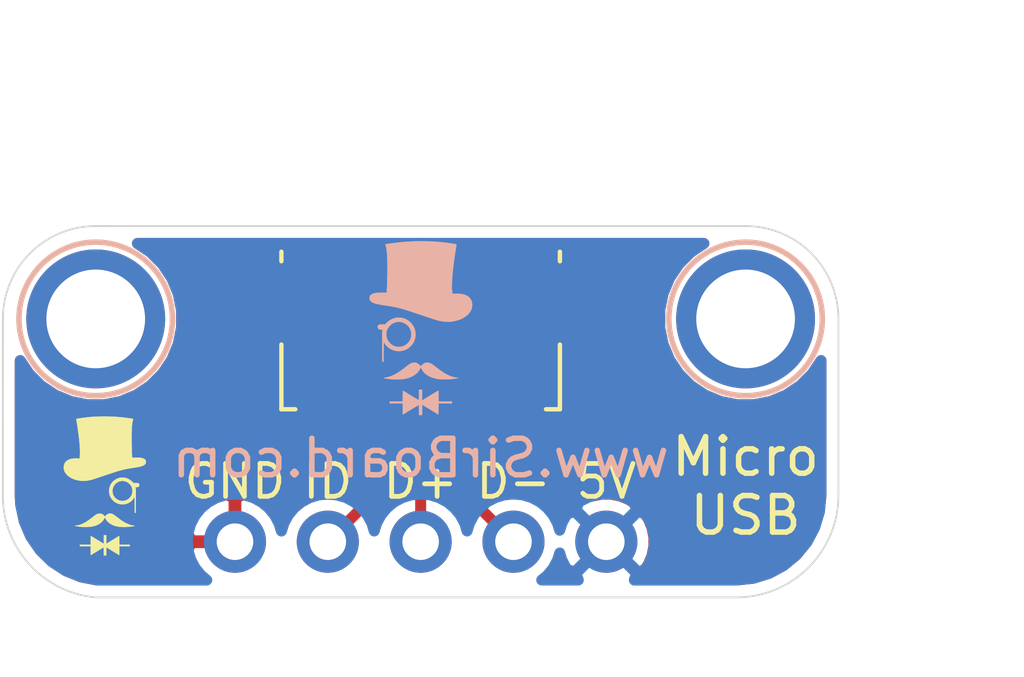
<source format=kicad_pcb>
(kicad_pcb (version 20171130) (host pcbnew "(5.1.2)-2")

  (general
    (thickness 1.6)
    (drawings 21)
    (tracks 20)
    (zones 0)
    (modules 6)
    (nets 6)
  )

  (page User 132.004 102.006)
  (title_block
    (title "MicroUSB Breakout")
    (date 2019-10-25)
    (rev 1)
    (company SirBoard)
    (comment 1 www.SirBoard.com)
    (comment 2 "Molex 47346")
    (comment 3 "DIP 2.54mm")
  )

  (layers
    (0 F.Cu signal)
    (31 B.Cu signal)
    (32 B.Adhes user hide)
    (33 F.Adhes user hide)
    (34 B.Paste user hide)
    (35 F.Paste user hide)
    (36 B.SilkS user)
    (37 F.SilkS user)
    (38 B.Mask user hide)
    (39 F.Mask user hide)
    (40 Dwgs.User user)
    (41 Cmts.User user hide)
    (42 Eco1.User user hide)
    (43 Eco2.User user hide)
    (44 Edge.Cuts user)
    (45 Margin user hide)
    (46 B.CrtYd user hide)
    (47 F.CrtYd user hide)
    (48 B.Fab user hide)
    (49 F.Fab user hide)
  )

  (setup
    (last_trace_width 0.127)
    (user_trace_width 0.2)
    (user_trace_width 0.25)
    (user_trace_width 0.3)
    (user_trace_width 0.4)
    (user_trace_width 0.5)
    (user_trace_width 0.6)
    (user_trace_width 0.7)
    (user_trace_width 0.8)
    (user_trace_width 0.9)
    (user_trace_width 1)
    (trace_clearance 0.127)
    (zone_clearance 0.3)
    (zone_45_only no)
    (trace_min 0.127)
    (via_size 0.6)
    (via_drill 0.3)
    (via_min_size 0.6)
    (via_min_drill 0.3)
    (uvia_size 0.4)
    (uvia_drill 0.2)
    (uvias_allowed no)
    (uvia_min_size 0.4)
    (uvia_min_drill 0.1)
    (edge_width 0.05)
    (segment_width 0.2)
    (pcb_text_width 0.3)
    (pcb_text_size 1.5 1.5)
    (mod_edge_width 0.12)
    (mod_text_size 1 1)
    (mod_text_width 0.15)
    (pad_size 1.7 1.7)
    (pad_drill 1)
    (pad_to_mask_clearance 0)
    (solder_mask_min_width 0.1)
    (aux_axis_origin 0 0)
    (visible_elements 7FFFFFFF)
    (pcbplotparams
      (layerselection 0x010fc_ffffffff)
      (usegerberextensions false)
      (usegerberattributes false)
      (usegerberadvancedattributes false)
      (creategerberjobfile false)
      (excludeedgelayer true)
      (linewidth 0.100000)
      (plotframeref false)
      (viasonmask false)
      (mode 1)
      (useauxorigin false)
      (hpglpennumber 1)
      (hpglpenspeed 20)
      (hpglpendiameter 15.000000)
      (psnegative false)
      (psa4output false)
      (plotreference true)
      (plotvalue true)
      (plotinvisibletext false)
      (padsonsilk false)
      (subtractmaskfromsilk false)
      (outputformat 1)
      (mirror false)
      (drillshape 1)
      (scaleselection 1)
      (outputdirectory ""))
  )

  (net 0 "")
  (net 1 /GND)
  (net 2 /ID)
  (net 3 /D+)
  (net 4 /D-)
  (net 5 /VBus)

  (net_class Default "This is the default net class."
    (clearance 0.127)
    (trace_width 0.127)
    (via_dia 0.6)
    (via_drill 0.3)
    (uvia_dia 0.4)
    (uvia_drill 0.2)
    (add_net /D+)
    (add_net /D-)
    (add_net /GND)
    (add_net /ID)
    (add_net /VBus)
  )

  (module SirBoardLibrary:MountingHole_M2.5_SirBoard (layer F.Cu) (tedit 5DE563BC) (tstamp 5E382585)
    (at 74.93 32.385)
    (descr "Mounting Hole 2.7mm, M2.5, ISO14580")
    (tags "mounting hole 2.7mm m2.5 iso14580")
    (path /5E38278B)
    (attr virtual)
    (fp_text reference H2 (at 0 -3.25) (layer F.SilkS) hide
      (effects (font (size 1 1) (thickness 0.15)))
    )
    (fp_text value MountingHole (at 0 3.25) (layer F.Fab)
      (effects (font (size 1 1) (thickness 0.15)))
    )
    (fp_circle (center 0 0) (end 2.1 0) (layer B.SilkS) (width 0.15))
    (fp_text user %R (at 0.3 0) (layer F.Fab)
      (effects (font (size 1 1) (thickness 0.15)))
    )
    (fp_circle (center 0 0) (end 2.1 0) (layer F.SilkS) (width 0.15))
    (fp_circle (center 0 0) (end 2.2 0) (layer F.CrtYd) (width 0.05))
    (pad 1 thru_hole circle (at 0 0) (size 3.8 3.8) (drill 2.7) (layers *.Cu *.Mask))
  )

  (module SirBoardLibrary:MountingHole_M2.5_SirBoard (layer F.Cu) (tedit 5DE563BC) (tstamp 5E38257C)
    (at 57.15 32.385)
    (descr "Mounting Hole 2.7mm, M2.5, ISO14580")
    (tags "mounting hole 2.7mm m2.5 iso14580")
    (path /5DB38589)
    (attr virtual)
    (fp_text reference H1 (at 0 -3.25) (layer F.SilkS) hide
      (effects (font (size 1 1) (thickness 0.15)))
    )
    (fp_text value MountingHole (at 0 3.25) (layer F.Fab)
      (effects (font (size 1 1) (thickness 0.15)))
    )
    (fp_circle (center 0 0) (end 2.1 0) (layer B.SilkS) (width 0.15))
    (fp_text user %R (at 0.3 0) (layer F.Fab)
      (effects (font (size 1 1) (thickness 0.15)))
    )
    (fp_circle (center 0 0) (end 2.1 0) (layer F.SilkS) (width 0.15))
    (fp_circle (center 0 0) (end 2.2 0) (layer F.CrtYd) (width 0.05))
    (pad 1 thru_hole circle (at 0 0) (size 3.8 3.8) (drill 2.7) (layers *.Cu *.Mask))
  )

  (module logo:logo47x67 (layer B.Cu) (tedit 0) (tstamp 5DB3C53F)
    (at 66.04 32.639 180)
    (fp_text reference G*** (at 0 0) (layer B.SilkS) hide
      (effects (font (size 1.524 1.524) (thickness 0.3)) (justify mirror))
    )
    (fp_text value LOGO (at 0.75 0) (layer B.SilkS) hide
      (effects (font (size 1.524 1.524) (thickness 0.3)) (justify mirror))
    )
    (fp_poly (pts (xy 0.220956 2.372296) (xy 0.428854 2.360307) (xy 0.634144 2.341343) (xy 0.834635 2.315426)
      (xy 0.866775 2.310534) (xy 0.904169 2.304771) (xy 0.930702 2.300451) (xy 0.948015 2.296789)
      (xy 0.957749 2.292999) (xy 0.961545 2.288296) (xy 0.961045 2.281894) (xy 0.95789 2.273009)
      (xy 0.955989 2.267841) (xy 0.94578 2.231561) (xy 0.936398 2.183138) (xy 0.927927 2.123109)
      (xy 0.920446 2.05201) (xy 0.917263 2.014504) (xy 0.913839 1.960239) (xy 0.911185 1.89505)
      (xy 0.90929 1.82069) (xy 0.90814 1.738911) (xy 0.907723 1.651464) (xy 0.908025 1.560103)
      (xy 0.909036 1.46658) (xy 0.910741 1.372645) (xy 0.913128 1.280053) (xy 0.916184 1.190555)
      (xy 0.919898 1.105903) (xy 0.924256 1.027849) (xy 0.924403 1.025525) (xy 0.928034 0.968375)
      (xy 1.042205 0.970482) (xy 1.121022 0.970207) (xy 1.188456 0.966191) (xy 1.245288 0.958338)
      (xy 1.2923 0.946555) (xy 1.316992 0.937175) (xy 1.352058 0.91828) (xy 1.375969 0.896469)
      (xy 1.390254 0.869452) (xy 1.396445 0.834939) (xy 1.397 0.817434) (xy 1.39632 0.794041)
      (xy 1.393157 0.778187) (xy 1.385825 0.764734) (xy 1.375465 0.751829) (xy 1.35397 0.730788)
      (xy 1.326905 0.711947) (xy 1.293274 0.694992) (xy 1.252084 0.679605) (xy 1.202338 0.665471)
      (xy 1.143042 0.652274) (xy 1.0732 0.639698) (xy 0.991818 0.627427) (xy 0.977219 0.625411)
      (xy 0.851102 0.606319) (xy 0.732051 0.584182) (xy 0.614576 0.557851) (xy 0.493186 0.526174)
      (xy 0.46355 0.517845) (xy 0.441897 0.511377) (xy 0.409554 0.501293) (xy 0.367867 0.488032)
      (xy 0.31818 0.472038) (xy 0.261838 0.45375) (xy 0.200185 0.433609) (xy 0.134567 0.412057)
      (xy 0.066329 0.389535) (xy -0.003186 0.366483) (xy -0.072632 0.343343) (xy -0.140664 0.320556)
      (xy -0.205937 0.298563) (xy -0.233361 0.289278) (xy -0.297269 0.267716) (xy -0.350926 0.249922)
      (xy -0.396047 0.235408) (xy -0.434345 0.223684) (xy -0.467536 0.214263) (xy -0.497335 0.206656)
      (xy -0.525455 0.200375) (xy -0.553611 0.194931) (xy -0.581025 0.190242) (xy -0.620124 0.18522)
      (xy -0.66599 0.181481) (xy -0.714894 0.179139) (xy -0.7631 0.178304) (xy -0.806878 0.179088)
      (xy -0.842495 0.181604) (xy -0.847725 0.182246) (xy -0.951647 0.200774) (xy -1.04585 0.227353)
      (xy -1.130498 0.262057) (xy -1.205755 0.304961) (xy -1.271785 0.356137) (xy -1.304641 0.388276)
      (xy -1.347471 0.439847) (xy -1.378482 0.491605) (xy -1.398449 0.545377) (xy -1.408148 0.602988)
      (xy -1.40939 0.635) (xy -1.404117 0.698317) (xy -1.38832 0.754534) (xy -1.362029 0.80361)
      (xy -1.325279 0.845505) (xy -1.278099 0.880181) (xy -1.220522 0.907596) (xy -1.181055 0.920528)
      (xy -1.136437 0.930354) (xy -1.083739 0.937597) (xy -1.027388 0.941892) (xy -0.971809 0.942871)
      (xy -0.932363 0.941138) (xy -0.87095 0.936392) (xy -0.867304 0.95462) (xy -0.859976 1.004691)
      (xy -0.85556 1.066337) (xy -0.853995 1.138788) (xy -0.855219 1.221273) (xy -0.859172 1.313021)
      (xy -0.86579 1.41326) (xy -0.875012 1.52122) (xy -0.886778 1.63613) (xy -0.901025 1.757218)
      (xy -0.917691 1.883713) (xy -0.936715 2.014845) (xy -0.958035 2.149842) (xy -0.96723 2.204967)
      (xy -0.972997 2.239853) (xy -0.97655 2.264208) (xy -0.977994 2.279987) (xy -0.977431 2.289146)
      (xy -0.974967 2.29364) (xy -0.972013 2.295102) (xy -0.959684 2.29782) (xy -0.937132 2.301984)
      (xy -0.906701 2.307206) (xy -0.870734 2.313096) (xy -0.831576 2.319262) (xy -0.79157 2.325317)
      (xy -0.78105 2.326864) (xy -0.592945 2.350073) (xy -0.396503 2.366199) (xy -0.193912 2.375264)
      (xy 0.012637 2.377289) (xy 0.220956 2.372296)) (layer B.SilkS) (width 0.01))
    (fp_poly (pts (xy 0.636107 0.285906) (xy 0.68248 0.280754) (xy 0.700525 0.277099) (xy 0.763487 0.256534)
      (xy 0.82505 0.226274) (xy 0.881864 0.188326) (xy 0.930575 0.144696) (xy 0.941176 0.133043)
      (xy 0.968375 0.101744) (xy 1.049237 0.101672) (xy 1.082601 0.101554) (xy 1.105854 0.100954)
      (xy 1.121583 0.099398) (xy 1.132376 0.096412) (xy 1.140822 0.091523) (xy 1.14951 0.084256)
      (xy 1.150837 0.083071) (xy 1.163711 0.069804) (xy 1.169815 0.056623) (xy 1.171543 0.037741)
      (xy 1.171575 0.032938) (xy 1.167639 0.005044) (xy 1.155278 -0.015417) (xy 1.133666 -0.029021)
      (xy 1.101972 -0.036343) (xy 1.069317 -0.038064) (xy 1.03691 -0.0381) (xy 1.044488 -0.068262)
      (xy 1.04612 -0.078431) (xy 1.047464 -0.095253) (xy 1.048527 -0.119438) (xy 1.049317 -0.151698)
      (xy 1.04984 -0.19274) (xy 1.050106 -0.243277) (xy 1.050121 -0.304017) (xy 1.049892 -0.375671)
      (xy 1.049427 -0.458948) (xy 1.0491 -0.506412) (xy 1.046133 -0.9144) (xy 1.016134 -0.9144)
      (xy 1.014479 -0.639762) (xy 1.012825 -0.365125) (xy 0.992782 -0.40005) (xy 0.951114 -0.460536)
      (xy 0.901395 -0.512149) (xy 0.844948 -0.55458) (xy 0.783094 -0.587524) (xy 0.717157 -0.610674)
      (xy 0.64846 -0.623722) (xy 0.578327 -0.626363) (xy 0.508079 -0.618289) (xy 0.43904 -0.599194)
      (xy 0.372533 -0.568771) (xy 0.3429 -0.550719) (xy 0.32607 -0.537928) (xy 0.304009 -0.518887)
      (xy 0.280145 -0.496632) (xy 0.266224 -0.482833) (xy 0.218937 -0.425825) (xy 0.182306 -0.362318)
      (xy 0.156723 -0.293292) (xy 0.142582 -0.219728) (xy 0.140306 -0.177783) (xy 0.253886 -0.177783)
      (xy 0.260249 -0.236789) (xy 0.27715 -0.29498) (xy 0.305023 -0.351061) (xy 0.339883 -0.398699)
      (xy 0.383894 -0.440336) (xy 0.435619 -0.47323) (xy 0.492963 -0.496703) (xy 0.553827 -0.510075)
      (xy 0.616113 -0.512667) (xy 0.669925 -0.505603) (xy 0.732285 -0.485753) (xy 0.788628 -0.455132)
      (xy 0.837983 -0.41462) (xy 0.87938 -0.365101) (xy 0.911849 -0.307456) (xy 0.925275 -0.273417)
      (xy 0.934601 -0.234424) (xy 0.939362 -0.188739) (xy 0.939443 -0.141482) (xy 0.934731 -0.097774)
      (xy 0.929669 -0.075765) (xy 0.905547 -0.015441) (xy 0.871069 0.038735) (xy 0.82756 0.085539)
      (xy 0.776347 0.123752) (xy 0.718755 0.152152) (xy 0.66543 0.167734) (xy 0.630842 0.174125)
      (xy 0.603255 0.176935) (xy 0.577489 0.176186) (xy 0.548365 0.171899) (xy 0.530225 0.168289)
      (xy 0.467923 0.149357) (xy 0.412683 0.120886) (xy 0.36494 0.08417) (xy 0.325129 0.040503)
      (xy 0.293683 -0.00882) (xy 0.271038 -0.062504) (xy 0.257628 -0.119257) (xy 0.253886 -0.177783)
      (xy 0.140306 -0.177783) (xy 0.1397 -0.166629) (xy 0.145834 -0.093915) (xy 0.163619 -0.024119)
      (xy 0.192128 0.041597) (xy 0.230433 0.10207) (xy 0.277607 0.156138) (xy 0.332722 0.202638)
      (xy 0.394852 0.240408) (xy 0.463068 0.268286) (xy 0.493433 0.276794) (xy 0.536185 0.283919)
      (xy 0.585542 0.286959) (xy 0.636107 0.285906)) (layer B.SilkS) (width 0.01))
    (fp_poly (pts (xy 0.208249 -0.944881) (xy 0.23699 -0.952611) (xy 0.255254 -0.959244) (xy 0.274886 -0.968608)
      (xy 0.29723 -0.9816) (xy 0.323632 -0.999122) (xy 0.355435 -1.022072) (xy 0.393986 -1.051349)
      (xy 0.440628 -1.087854) (xy 0.448594 -1.094159) (xy 0.546636 -1.167343) (xy 0.641138 -1.228749)
      (xy 0.731993 -1.278322) (xy 0.819095 -1.316008) (xy 0.902336 -1.341755) (xy 0.96464 -1.353531)
      (xy 0.988146 -1.356856) (xy 1.003498 -1.359771) (xy 1.010041 -1.362576) (xy 1.007124 -1.365573)
      (xy 0.994092 -1.369063) (xy 0.970291 -1.373345) (xy 0.935068 -1.378722) (xy 0.898525 -1.383971)
      (xy 0.805685 -1.394547) (xy 0.712527 -1.400243) (xy 0.621702 -1.401073) (xy 0.535865 -1.397054)
      (xy 0.457671 -1.388199) (xy 0.418965 -1.38129) (xy 0.3305 -1.358182) (xy 0.250787 -1.327293)
      (xy 0.180265 -1.288917) (xy 0.119372 -1.243344) (xy 0.068547 -1.190866) (xy 0.02823 -1.131776)
      (xy 0.019659 -1.115638) (xy -0.003754 -1.069032) (xy -0.021008 -1.104428) (xy -0.059249 -1.168642)
      (xy -0.107621 -1.225285) (xy -0.165996 -1.274274) (xy -0.234248 -1.315524) (xy -0.312248 -1.348952)
      (xy -0.399869 -1.374473) (xy -0.445205 -1.383872) (xy -0.490775 -1.390444) (xy -0.545437 -1.395518)
      (xy -0.60566 -1.398962) (xy -0.667909 -1.400644) (xy -0.728652 -1.400433) (xy -0.784355 -1.398197)
      (xy -0.8001 -1.397069) (xy -0.823576 -1.39476) (xy -0.853233 -1.391233) (xy -0.886688 -1.386842)
      (xy -0.921558 -1.381941) (xy -0.95546 -1.376884) (xy -0.986012 -1.372025) (xy -1.010831 -1.367718)
      (xy -1.027532 -1.364319) (xy -1.033628 -1.362355) (xy -1.028781 -1.360931) (xy -1.01439 -1.358794)
      (xy -0.993556 -1.356402) (xy -0.99328 -1.356374) (xy -0.923477 -1.345222) (xy -0.852317 -1.325713)
      (xy -0.779003 -1.297441) (xy -0.702739 -1.259999) (xy -0.622728 -1.212983) (xy -0.538174 -1.155985)
      (xy -0.448279 -1.088599) (xy -0.41275 -1.060343) (xy -0.371959 -1.028004) (xy -0.338532 -1.002999)
      (xy -0.310478 -0.984074) (xy -0.285806 -0.969977) (xy -0.262522 -0.959456) (xy -0.23987 -0.951629)
      (xy -0.190159 -0.942495) (xy -0.142801 -0.94576) (xy -0.09842 -0.961241) (xy -0.057633 -0.988757)
      (xy -0.034208 -1.012025) (xy -0.004967 -1.04519) (xy 0.034029 -1.006227) (xy 0.062674 -0.980317)
      (xy 0.089194 -0.962765) (xy 0.109775 -0.953531) (xy 0.143594 -0.943437) (xy 0.174821 -0.940565)
      (xy 0.208249 -0.944881)) (layer B.SilkS) (width 0.01))
    (fp_poly (pts (xy 0.04445 -1.829329) (xy 0.044658 -1.870797) (xy 0.045241 -1.907533) (xy 0.04614 -1.937803)
      (xy 0.047293 -1.95987) (xy 0.04864 -1.972) (xy 0.049502 -1.973791) (xy 0.056249 -1.969974)
      (xy 0.0721 -1.960569) (xy 0.095325 -1.946619) (xy 0.124193 -1.929162) (xy 0.156975 -1.909238)
      (xy 0.162215 -1.906045) (xy 0.205684 -1.879546) (xy 0.255265 -1.84932) (xy 0.306228 -1.818251)
      (xy 0.353839 -1.789224) (xy 0.377825 -1.774601) (xy 0.485775 -1.708786) (xy 0.489179 -2.0066)
      (xy 0.84455 -2.0066) (xy 0.84455 -2.0574) (xy 0.489175 -2.0574) (xy 0.487475 -2.209116)
      (xy 0.485775 -2.360833) (xy 0.380415 -2.296429) (xy 0.338655 -2.2709) (xy 0.290483 -2.241447)
      (xy 0.240319 -2.210774) (xy 0.192586 -2.181585) (xy 0.163444 -2.163762) (xy 0.129739 -2.143253)
      (xy 0.099758 -2.125209) (xy 0.075166 -2.110616) (xy 0.057626 -2.100458) (xy 0.048802 -2.095722)
      (xy 0.048141 -2.0955) (xy 0.047068 -2.101547) (xy 0.046119 -2.118482) (xy 0.045339 -2.144492)
      (xy 0.044778 -2.177765) (xy 0.044483 -2.216487) (xy 0.04445 -2.2352) (xy 0.04445 -2.3749)
      (xy -0.037862 -2.3749) (xy -0.039569 -2.232109) (xy -0.041275 -2.089318) (xy -0.105517 -2.129505)
      (xy -0.131424 -2.145609) (xy -0.153906 -2.159395) (xy -0.170487 -2.169357) (xy -0.178542 -2.173919)
      (xy -0.186091 -2.178249) (xy -0.202966 -2.188335) (xy -0.227679 -2.203274) (xy -0.258741 -2.222165)
      (xy -0.294664 -2.244104) (xy -0.333961 -2.268188) (xy -0.33655 -2.269778) (xy -0.485775 -2.361409)
      (xy -0.487476 -2.209404) (xy -0.489176 -2.0574) (xy -0.85725 -2.0574) (xy -0.85725 -2.0066)
      (xy -0.48895 -2.0066) (xy -0.48895 -1.857375) (xy -0.488846 -1.815364) (xy -0.488552 -1.777929)
      (xy -0.488099 -1.746823) (xy -0.487517 -1.723801) (xy -0.486837 -1.710616) (xy -0.48637 -1.70815)
      (xy -0.480322 -1.711289) (xy -0.465499 -1.719906) (xy -0.44393 -1.732798) (xy -0.417642 -1.748762)
      (xy -0.408583 -1.754311) (xy -0.375211 -1.774758) (xy -0.335313 -1.79915) (xy -0.293217 -1.824844)
      (xy -0.253253 -1.849193) (xy -0.2413 -1.856465) (xy -0.205377 -1.878339) (xy -0.168185 -1.901033)
      (xy -0.133237 -1.922402) (xy -0.104044 -1.940299) (xy -0.093663 -1.946684) (xy -0.0381 -1.98091)
      (xy -0.0381 -1.68275) (xy 0.04445 -1.68275) (xy 0.04445 -1.829329)) (layer B.SilkS) (width 0.01))
  )

  (module logo:logo38x53 (layer F.Cu) (tedit 0) (tstamp 5DB3B6ED)
    (at 57.404 36.957)
    (fp_text reference G*** (at 0 0) (layer F.SilkS) hide
      (effects (font (size 1.524 1.524) (thickness 0.3)))
    )
    (fp_text value LOGO (at 0.75 0) (layer F.SilkS) hide
      (effects (font (size 1.524 1.524) (thickness 0.3)))
    )
    (fp_poly (pts (xy 0.176764 -1.897837) (xy 0.343083 -1.888246) (xy 0.507315 -1.873075) (xy 0.667708 -1.852341)
      (xy 0.69342 -1.848428) (xy 0.723335 -1.843817) (xy 0.744562 -1.840361) (xy 0.758412 -1.837431)
      (xy 0.766199 -1.834399) (xy 0.769236 -1.830637) (xy 0.768836 -1.825515) (xy 0.766312 -1.818407)
      (xy 0.764791 -1.814273) (xy 0.756624 -1.785249) (xy 0.749119 -1.746511) (xy 0.742341 -1.698488)
      (xy 0.736357 -1.641608) (xy 0.73381 -1.611604) (xy 0.731071 -1.568192) (xy 0.728948 -1.51604)
      (xy 0.727432 -1.456552) (xy 0.726512 -1.391129) (xy 0.726178 -1.321172) (xy 0.72642 -1.248083)
      (xy 0.727228 -1.173264) (xy 0.728592 -1.098116) (xy 0.730502 -1.024043) (xy 0.732947 -0.952444)
      (xy 0.735918 -0.884722) (xy 0.739404 -0.822279) (xy 0.739522 -0.82042) (xy 0.742427 -0.7747)
      (xy 0.833764 -0.776386) (xy 0.896818 -0.776166) (xy 0.950765 -0.772953) (xy 0.996231 -0.766671)
      (xy 1.03384 -0.757244) (xy 1.053593 -0.74974) (xy 1.081646 -0.734624) (xy 1.100775 -0.717175)
      (xy 1.112203 -0.695561) (xy 1.117156 -0.667951) (xy 1.1176 -0.653947) (xy 1.117056 -0.635233)
      (xy 1.114526 -0.62255) (xy 1.10866 -0.611787) (xy 1.100372 -0.601463) (xy 1.083176 -0.58463)
      (xy 1.061524 -0.569558) (xy 1.034619 -0.555993) (xy 1.001667 -0.543684) (xy 0.96187 -0.532377)
      (xy 0.914433 -0.521819) (xy 0.85856 -0.511758) (xy 0.793454 -0.501942) (xy 0.781775 -0.500329)
      (xy 0.680881 -0.485055) (xy 0.585641 -0.467346) (xy 0.491661 -0.446281) (xy 0.394549 -0.420939)
      (xy 0.37084 -0.414276) (xy 0.353517 -0.409102) (xy 0.327643 -0.401034) (xy 0.294294 -0.390426)
      (xy 0.254544 -0.37763) (xy 0.20947 -0.363) (xy 0.160148 -0.346887) (xy 0.107654 -0.329646)
      (xy 0.053063 -0.311628) (xy -0.002549 -0.293187) (xy -0.058106 -0.274675) (xy -0.112531 -0.256445)
      (xy -0.16475 -0.238851) (xy -0.186689 -0.231422) (xy -0.237815 -0.214173) (xy -0.280741 -0.199938)
      (xy -0.316837 -0.188326) (xy -0.347476 -0.178948) (xy -0.374029 -0.171411) (xy -0.397868 -0.165325)
      (xy -0.420364 -0.1603) (xy -0.442889 -0.155945) (xy -0.46482 -0.152193) (xy -0.496099 -0.148176)
      (xy -0.532792 -0.145185) (xy -0.571915 -0.143311) (xy -0.61048 -0.142643) (xy -0.645503 -0.143271)
      (xy -0.673996 -0.145283) (xy -0.67818 -0.145797) (xy -0.761317 -0.160619) (xy -0.83668 -0.181882)
      (xy -0.904399 -0.209646) (xy -0.964604 -0.243969) (xy -1.017428 -0.284909) (xy -1.043713 -0.310621)
      (xy -1.077977 -0.351877) (xy -1.102786 -0.393284) (xy -1.11876 -0.436302) (xy -1.126518 -0.482391)
      (xy -1.127512 -0.508) (xy -1.123294 -0.558654) (xy -1.110656 -0.603627) (xy -1.089624 -0.642888)
      (xy -1.060223 -0.676404) (xy -1.022479 -0.704145) (xy -0.976418 -0.726077) (xy -0.944844 -0.736423)
      (xy -0.90915 -0.744283) (xy -0.866991 -0.750078) (xy -0.82191 -0.753514) (xy -0.777447 -0.754297)
      (xy -0.74589 -0.752911) (xy -0.69676 -0.749113) (xy -0.693843 -0.763696) (xy -0.687981 -0.803753)
      (xy -0.684448 -0.85307) (xy -0.683196 -0.911031) (xy -0.684176 -0.977019) (xy -0.687337 -1.050417)
      (xy -0.692632 -1.130608) (xy -0.70001 -1.216976) (xy -0.709422 -1.308904) (xy -0.72082 -1.405774)
      (xy -0.734153 -1.50697) (xy -0.749372 -1.611876) (xy -0.766428 -1.719874) (xy -0.773784 -1.763974)
      (xy -0.778397 -1.791883) (xy -0.78124 -1.811366) (xy -0.782395 -1.82399) (xy -0.781945 -1.831317)
      (xy -0.779973 -1.834912) (xy -0.777611 -1.836081) (xy -0.767747 -1.838256) (xy -0.749706 -1.841588)
      (xy -0.725361 -1.845765) (xy -0.696588 -1.850477) (xy -0.665261 -1.85541) (xy -0.633256 -1.860253)
      (xy -0.62484 -1.861491) (xy -0.474356 -1.880058) (xy -0.317202 -1.89296) (xy -0.15513 -1.900211)
      (xy 0.01011 -1.901832) (xy 0.176764 -1.897837)) (layer F.SilkS) (width 0.01))
    (fp_poly (pts (xy 0.508885 -0.228725) (xy 0.545984 -0.224603) (xy 0.56042 -0.22168) (xy 0.610789 -0.205227)
      (xy 0.66004 -0.181019) (xy 0.705491 -0.150661) (xy 0.74446 -0.115757) (xy 0.752941 -0.106434)
      (xy 0.7747 -0.081395) (xy 0.839389 -0.081338) (xy 0.866081 -0.081244) (xy 0.884683 -0.080763)
      (xy 0.897266 -0.079519) (xy 0.905901 -0.07713) (xy 0.912658 -0.073218) (xy 0.919608 -0.067405)
      (xy 0.920669 -0.066457) (xy 0.930968 -0.055843) (xy 0.935852 -0.045298) (xy 0.937234 -0.030193)
      (xy 0.93726 -0.026351) (xy 0.934111 -0.004036) (xy 0.924223 0.012333) (xy 0.906933 0.023217)
      (xy 0.881578 0.029074) (xy 0.855454 0.030451) (xy 0.829528 0.03048) (xy 0.835591 0.05461)
      (xy 0.836896 0.062744) (xy 0.837971 0.076202) (xy 0.838821 0.095551) (xy 0.839453 0.121358)
      (xy 0.839872 0.154192) (xy 0.840085 0.194621) (xy 0.840096 0.243213) (xy 0.839914 0.300536)
      (xy 0.839542 0.367159) (xy 0.83928 0.40513) (xy 0.836906 0.73152) (xy 0.812907 0.73152)
      (xy 0.811583 0.51181) (xy 0.81026 0.2921) (xy 0.794225 0.32004) (xy 0.760891 0.368429)
      (xy 0.721116 0.409719) (xy 0.675958 0.443664) (xy 0.626475 0.470019) (xy 0.573726 0.488539)
      (xy 0.518768 0.498978) (xy 0.462661 0.50109) (xy 0.406463 0.494631) (xy 0.351232 0.479355)
      (xy 0.298027 0.455017) (xy 0.27432 0.440575) (xy 0.260856 0.430343) (xy 0.243207 0.41511)
      (xy 0.224116 0.397306) (xy 0.212979 0.386266) (xy 0.175149 0.34066) (xy 0.145844 0.289854)
      (xy 0.125378 0.234634) (xy 0.114065 0.175782) (xy 0.112245 0.142227) (xy 0.203109 0.142227)
      (xy 0.208199 0.189431) (xy 0.22172 0.235984) (xy 0.244019 0.280849) (xy 0.271906 0.318959)
      (xy 0.307115 0.352268) (xy 0.348495 0.378584) (xy 0.39437 0.397362) (xy 0.443061 0.40806)
      (xy 0.492891 0.410133) (xy 0.53594 0.404483) (xy 0.585828 0.388603) (xy 0.630902 0.364105)
      (xy 0.670386 0.331696) (xy 0.703504 0.292081) (xy 0.729479 0.245965) (xy 0.74022 0.218733)
      (xy 0.747681 0.187539) (xy 0.751489 0.150991) (xy 0.751554 0.113186) (xy 0.747785 0.078219)
      (xy 0.743735 0.060612) (xy 0.724437 0.012352) (xy 0.696855 -0.030988) (xy 0.662048 -0.068432)
      (xy 0.621078 -0.099002) (xy 0.575004 -0.121721) (xy 0.532344 -0.134187) (xy 0.504674 -0.1393)
      (xy 0.482604 -0.141548) (xy 0.461991 -0.140949) (xy 0.438692 -0.137519) (xy 0.42418 -0.134631)
      (xy 0.374338 -0.119485) (xy 0.330146 -0.096709) (xy 0.291952 -0.067336) (xy 0.260103 -0.032403)
      (xy 0.234947 0.007056) (xy 0.21683 0.050003) (xy 0.206102 0.095406) (xy 0.203109 0.142227)
      (xy 0.112245 0.142227) (xy 0.11176 0.133303) (xy 0.116667 0.075132) (xy 0.130895 0.019295)
      (xy 0.153702 -0.033278) (xy 0.184346 -0.081656) (xy 0.222085 -0.12491) (xy 0.266178 -0.162111)
      (xy 0.315881 -0.192327) (xy 0.370455 -0.214629) (xy 0.394747 -0.221436) (xy 0.428948 -0.227135)
      (xy 0.468434 -0.229567) (xy 0.508885 -0.228725)) (layer F.SilkS) (width 0.01))
    (fp_poly (pts (xy 0.166599 0.755905) (xy 0.189592 0.762089) (xy 0.204203 0.767395) (xy 0.219908 0.774886)
      (xy 0.237784 0.78528) (xy 0.258905 0.799297) (xy 0.284348 0.817657) (xy 0.315188 0.841079)
      (xy 0.352502 0.870283) (xy 0.358875 0.875327) (xy 0.437308 0.933874) (xy 0.51291 0.982999)
      (xy 0.585595 1.022657) (xy 0.655276 1.052807) (xy 0.721869 1.073404) (xy 0.771712 1.082824)
      (xy 0.790517 1.085485) (xy 0.802798 1.087817) (xy 0.808033 1.090061) (xy 0.805699 1.092459)
      (xy 0.795273 1.09525) (xy 0.776233 1.098676) (xy 0.748055 1.102977) (xy 0.71882 1.107177)
      (xy 0.644548 1.115637) (xy 0.570021 1.120194) (xy 0.497361 1.120859) (xy 0.428692 1.117643)
      (xy 0.366137 1.110559) (xy 0.335172 1.105032) (xy 0.2644 1.086545) (xy 0.20063 1.061835)
      (xy 0.144212 1.031133) (xy 0.095498 0.994675) (xy 0.054838 0.952693) (xy 0.022584 0.90542)
      (xy 0.015727 0.89251) (xy -0.003004 0.855226) (xy -0.016807 0.883543) (xy -0.047399 0.934913)
      (xy -0.086097 0.980228) (xy -0.132797 1.019419) (xy -0.187398 1.052419) (xy -0.249799 1.079161)
      (xy -0.319895 1.099579) (xy -0.356164 1.107097) (xy -0.39262 1.112355) (xy -0.43635 1.116414)
      (xy -0.484528 1.119169) (xy -0.534327 1.120515) (xy -0.582922 1.120346) (xy -0.627484 1.118558)
      (xy -0.64008 1.117655) (xy -0.658861 1.115808) (xy -0.682586 1.112987) (xy -0.70935 1.109474)
      (xy -0.737246 1.105553) (xy -0.764368 1.101507) (xy -0.78881 1.09762) (xy -0.808665 1.094175)
      (xy -0.822026 1.091455) (xy -0.826902 1.089884) (xy -0.823025 1.088745) (xy -0.811512 1.087035)
      (xy -0.794845 1.085122) (xy -0.794624 1.085099) (xy -0.738782 1.076177) (xy -0.681854 1.06057)
      (xy -0.623202 1.037952) (xy -0.562191 1.007999) (xy -0.498182 0.970386) (xy -0.430539 0.924788)
      (xy -0.358623 0.870879) (xy -0.3302 0.848274) (xy -0.297567 0.822403) (xy -0.270826 0.802399)
      (xy -0.248383 0.787259) (xy -0.228645 0.775982) (xy -0.210018 0.767564) (xy -0.191896 0.761303)
      (xy -0.152127 0.753996) (xy -0.114241 0.756608) (xy -0.078736 0.768993) (xy -0.046107 0.791005)
      (xy -0.027367 0.80962) (xy -0.003974 0.836152) (xy 0.027223 0.804981) (xy 0.050139 0.784254)
      (xy 0.071355 0.770212) (xy 0.08782 0.762825) (xy 0.114875 0.75475) (xy 0.139857 0.752452)
      (xy 0.166599 0.755905)) (layer F.SilkS) (width 0.01))
    (fp_poly (pts (xy 0.03556 1.463463) (xy 0.035726 1.496637) (xy 0.036193 1.526026) (xy 0.036912 1.550242)
      (xy 0.037834 1.567896) (xy 0.038912 1.5776) (xy 0.039602 1.579033) (xy 0.044999 1.575979)
      (xy 0.05768 1.568455) (xy 0.07626 1.557295) (xy 0.099355 1.543329) (xy 0.12558 1.52739)
      (xy 0.129772 1.524836) (xy 0.164547 1.503637) (xy 0.204212 1.479456) (xy 0.244982 1.454601)
      (xy 0.283071 1.431379) (xy 0.30226 1.419681) (xy 0.38862 1.367029) (xy 0.389981 1.486154)
      (xy 0.391343 1.60528) (xy 0.67564 1.60528) (xy 0.67564 1.64592) (xy 0.39134 1.64592)
      (xy 0.38862 1.888666) (xy 0.304332 1.837143) (xy 0.270924 1.81672) (xy 0.232386 1.793158)
      (xy 0.192255 1.768619) (xy 0.154069 1.745268) (xy 0.130755 1.73101) (xy 0.103791 1.714602)
      (xy 0.079807 1.700167) (xy 0.060133 1.688492) (xy 0.046101 1.680366) (xy 0.039041 1.676577)
      (xy 0.038513 1.6764) (xy 0.037655 1.681238) (xy 0.036895 1.694786) (xy 0.036271 1.715594)
      (xy 0.035822 1.742212) (xy 0.035586 1.77319) (xy 0.03556 1.78816) (xy 0.03556 1.89992)
      (xy -0.03029 1.89992) (xy -0.031655 1.785687) (xy -0.03302 1.671455) (xy -0.084414 1.703604)
      (xy -0.105139 1.716487) (xy -0.123125 1.727516) (xy -0.13639 1.735486) (xy -0.142834 1.739135)
      (xy -0.148873 1.742599) (xy -0.162373 1.750668) (xy -0.182143 1.762619) (xy -0.206993 1.777732)
      (xy -0.235731 1.795283) (xy -0.267169 1.81455) (xy -0.26924 1.815822) (xy -0.38862 1.889127)
      (xy -0.389981 1.767523) (xy -0.391341 1.64592) (xy -0.6858 1.64592) (xy -0.6858 1.60528)
      (xy -0.39116 1.60528) (xy -0.39116 1.4859) (xy -0.391077 1.452291) (xy -0.390841 1.422343)
      (xy -0.390479 1.397459) (xy -0.390014 1.379041) (xy -0.38947 1.368493) (xy -0.389096 1.36652)
      (xy -0.384257 1.369031) (xy -0.3724 1.375925) (xy -0.355144 1.386239) (xy -0.334113 1.399009)
      (xy -0.326866 1.403448) (xy -0.300169 1.419806) (xy -0.26825 1.43932) (xy -0.234573 1.459875)
      (xy -0.202602 1.479355) (xy -0.19304 1.485172) (xy -0.164302 1.502671) (xy -0.134548 1.520826)
      (xy -0.10659 1.537921) (xy -0.083236 1.552239) (xy -0.07493 1.557347) (xy -0.03048 1.584728)
      (xy -0.03048 1.3462) (xy 0.03556 1.3462) (xy 0.03556 1.463463)) (layer F.SilkS) (width 0.01))
  )

  (module Connector_PinHeader_2.54mm:PinHeader_1x05_P2.54mm_Vertical (layer B.Cu) (tedit 5DB37CDC) (tstamp 5DB3605C)
    (at 71.12 38.481 90)
    (descr "Through hole straight pin header, 1x05, 2.54mm pitch, single row")
    (tags "Through hole pin header THT 1x05 2.54mm single row")
    (path /5DB35C5C)
    (fp_text reference J2 (at 0 2.33 90) (layer B.SilkS) hide
      (effects (font (size 1 1) (thickness 0.15)) (justify mirror))
    )
    (fp_text value Conn_01x05 (at 0 -12.49 90) (layer B.Fab)
      (effects (font (size 1 1) (thickness 0.15)) (justify mirror))
    )
    (fp_text user %R (at 0 -5.08 180) (layer B.Fab)
      (effects (font (size 1 1) (thickness 0.15)) (justify mirror))
    )
    (fp_line (start 1.8 1.8) (end -1.8 1.8) (layer B.CrtYd) (width 0.05))
    (fp_line (start 1.8 -11.95) (end 1.8 1.8) (layer B.CrtYd) (width 0.05))
    (fp_line (start -1.8 -11.95) (end 1.8 -11.95) (layer B.CrtYd) (width 0.05))
    (fp_line (start -1.8 1.8) (end -1.8 -11.95) (layer B.CrtYd) (width 0.05))
    (fp_line (start -1.27 0.635) (end -0.635 1.27) (layer B.Fab) (width 0.1))
    (fp_line (start -1.27 -11.43) (end -1.27 0.635) (layer B.Fab) (width 0.1))
    (fp_line (start 1.27 -11.43) (end -1.27 -11.43) (layer B.Fab) (width 0.1))
    (fp_line (start 1.27 1.27) (end 1.27 -11.43) (layer B.Fab) (width 0.1))
    (fp_line (start -0.635 1.27) (end 1.27 1.27) (layer B.Fab) (width 0.1))
    (pad 5 thru_hole oval (at 0 -10.16 90) (size 1.7 1.7) (drill 1) (layers *.Cu *.Mask)
      (net 1 /GND))
    (pad 4 thru_hole oval (at 0 -7.62 90) (size 1.7 1.7) (drill 1) (layers *.Cu *.Mask)
      (net 2 /ID))
    (pad 3 thru_hole oval (at 0 -5.08 90) (size 1.7 1.7) (drill 1) (layers *.Cu *.Mask)
      (net 3 /D+))
    (pad 2 thru_hole oval (at 0 -2.54 90) (size 1.7 1.7) (drill 1) (layers *.Cu *.Mask)
      (net 4 /D-))
    (pad 1 thru_hole circle (at 0 0 90) (size 1.7 1.7) (drill 1) (layers *.Cu *.Mask)
      (net 5 /VBus))
    (model ${KISYS3DMOD}/Connector_PinHeader_2.54mm.3dshapes/PinHeader_1x05_P2.54mm_Vertical.wrl
      (at (xyz 0 0 0))
      (scale (xyz 1 1 1))
      (rotate (xyz 0 0 0))
    )
  )

  (module Connector_USB:USB_Micro-B_Molex_47346-0001 (layer F.Cu) (tedit 5A1DC0BD) (tstamp 5DB36043)
    (at 66.04 33.147 180)
    (descr "Micro USB B receptable with flange, bottom-mount, SMD, right-angle (http://www.molex.com/pdm_docs/sd/473460001_sd.pdf)")
    (tags "Micro B USB SMD")
    (path /5DB35FF0)
    (attr smd)
    (fp_text reference J1 (at 0 -3.3 180) (layer F.SilkS) hide
      (effects (font (size 1 1) (thickness 0.15)))
    )
    (fp_text value USB_B_Micro (at 0 4.6 180) (layer F.Fab)
      (effects (font (size 1 1) (thickness 0.15)))
    )
    (fp_line (start -3.25 2.65) (end 3.25 2.65) (layer F.Fab) (width 0.1))
    (fp_line (start -3.81 2.6) (end -3.81 2.34) (layer F.SilkS) (width 0.12))
    (fp_line (start -3.81 0.06) (end -3.81 -1.71) (layer F.SilkS) (width 0.12))
    (fp_line (start -3.81 -1.71) (end -3.43 -1.71) (layer F.SilkS) (width 0.12))
    (fp_line (start 3.81 -1.71) (end 3.81 0.06) (layer F.SilkS) (width 0.12))
    (fp_line (start 3.81 2.34) (end 3.81 2.6) (layer F.SilkS) (width 0.12))
    (fp_line (start -3.75 3.35) (end -3.75 -1.65) (layer F.Fab) (width 0.1))
    (fp_line (start -3.75 -1.65) (end 3.75 -1.65) (layer F.Fab) (width 0.1))
    (fp_line (start 3.75 -1.65) (end 3.75 3.35) (layer F.Fab) (width 0.1))
    (fp_line (start 3.75 3.35) (end -3.75 3.35) (layer F.Fab) (width 0.1))
    (fp_line (start -4.6 3.9) (end -4.6 -2.7) (layer F.CrtYd) (width 0.05))
    (fp_line (start -4.6 -2.7) (end 4.6 -2.7) (layer F.CrtYd) (width 0.05))
    (fp_line (start 4.6 -2.7) (end 4.6 3.9) (layer F.CrtYd) (width 0.05))
    (fp_line (start 4.6 3.9) (end -4.6 3.9) (layer F.CrtYd) (width 0.05))
    (fp_line (start 3.81 -1.71) (end 3.43 -1.71) (layer F.SilkS) (width 0.12))
    (fp_text user %R (at 0 1.2) (layer F.Fab)
      (effects (font (size 1 1) (thickness 0.15)))
    )
    (fp_text user "PCB Edge" (at 0 2.67 180) (layer Dwgs.User)
      (effects (font (size 0.4 0.4) (thickness 0.04)))
    )
    (pad 6 smd rect (at 0.84 1.2 180) (size 1.175 1.9) (layers F.Cu F.Paste F.Mask)
      (net 1 /GND))
    (pad 6 smd rect (at -0.84 1.2 180) (size 1.175 1.9) (layers F.Cu F.Paste F.Mask)
      (net 1 /GND))
    (pad 6 smd rect (at 2.91 1.2 180) (size 2.375 1.9) (layers F.Cu F.Paste F.Mask)
      (net 1 /GND))
    (pad 6 smd rect (at -2.91 1.2 180) (size 2.375 1.9) (layers F.Cu F.Paste F.Mask)
      (net 1 /GND))
    (pad 6 smd rect (at 2.4625 -1.1 180) (size 1.475 2.1) (layers F.Cu F.Paste F.Mask)
      (net 1 /GND))
    (pad 6 smd rect (at -2.4625 -1.1 180) (size 1.475 2.1) (layers F.Cu F.Paste F.Mask)
      (net 1 /GND))
    (pad 5 smd rect (at 1.3 -1.46 180) (size 0.45 1.38) (layers F.Cu F.Paste F.Mask)
      (net 1 /GND))
    (pad 4 smd rect (at 0.65 -1.46 180) (size 0.45 1.38) (layers F.Cu F.Paste F.Mask)
      (net 2 /ID))
    (pad 3 smd rect (at 0 -1.46 180) (size 0.45 1.38) (layers F.Cu F.Paste F.Mask)
      (net 3 /D+))
    (pad 2 smd rect (at -0.65 -1.46 180) (size 0.45 1.38) (layers F.Cu F.Paste F.Mask)
      (net 4 /D-))
    (pad 1 smd rect (at -1.3 -1.46 180) (size 0.45 1.38) (layers F.Cu F.Paste F.Mask)
      (net 5 /VBus))
    (model ${KISYS3DMOD}/Connector_USB.3dshapes/USB_Micro-B_Molex_47346-0001.wrl
      (at (xyz 0 0 0))
      (scale (xyz 1 1 1))
      (rotate (xyz 0 0 0))
    )
  )

  (gr_arc (start 74.93 32.385) (end 77.47 32.385) (angle -90.02352736) (layer Edge.Cuts) (width 0.05))
  (gr_arc (start 57.15 32.385) (end 57.15 29.845) (angle -90) (layer Edge.Cuts) (width 0.05))
  (gr_line (start 54.61 32.639) (end 54.61 32.385) (layer Edge.Cuts) (width 0.05))
  (gr_line (start 57.404 29.845) (end 57.15 29.845) (layer Edge.Cuts) (width 0.05))
  (dimension 22.860003 (width 0.15) (layer Dwgs.User)
    (gr_text "22.860 mm" (at 66.035846 24.358146 0.02875816793) (layer Dwgs.User) (tstamp 5E3FDA04)
      (effects (font (size 1 1) (thickness 0.15)))
    )
    (feature1 (pts (xy 77.47 32.627526) (xy 77.466205 25.065988)))
    (feature2 (pts (xy 54.61 32.639) (xy 54.606205 25.077462)))
    (crossbar (pts (xy 54.606499 25.663883) (xy 77.466499 25.652409)))
    (arrow1a (pts (xy 77.466499 25.652409) (xy 76.34029 26.239395)))
    (arrow1b (pts (xy 77.466499 25.652409) (xy 76.339701 25.066554)))
    (arrow2a (pts (xy 54.606499 25.663883) (xy 55.733297 26.249738)))
    (arrow2b (pts (xy 54.606499 25.663883) (xy 55.732708 25.076897)))
  )
  (dimension 17.78 (width 0.15) (layer Dwgs.User)
    (gr_text "17.780 mm" (at 66.04 26.894) (layer Dwgs.User) (tstamp 5E3FDA0A)
      (effects (font (size 1 1) (thickness 0.15)))
    )
    (feature1 (pts (xy 74.93 32.385) (xy 74.93 27.607579)))
    (feature2 (pts (xy 57.15 32.385) (xy 57.15 27.607579)))
    (crossbar (pts (xy 57.15 28.194) (xy 74.93 28.194)))
    (arrow1a (pts (xy 74.93 28.194) (xy 73.803496 28.780421)))
    (arrow1b (pts (xy 74.93 28.194) (xy 73.803496 27.607579)))
    (arrow2a (pts (xy 57.15 28.194) (xy 58.276504 28.780421)))
    (arrow2b (pts (xy 57.15 28.194) (xy 58.276504 27.607579)))
  )
  (gr_text "Micro\nUSB" (at 74.93 36.957) (layer F.SilkS)
    (effects (font (size 1 1) (thickness 0.15)))
  )
  (gr_text www.SirBoard.com (at 66.04 36.195) (layer B.SilkS)
    (effects (font (size 1 1) (thickness 0.15)) (justify mirror))
  )
  (dimension 10.16 (width 0.15) (layer Dwgs.User)
    (gr_text "10.160 mm" (at 66.04 42.829) (layer Dwgs.User) (tstamp 5E3FDA22)
      (effects (font (size 1 1) (thickness 0.15)))
    )
    (feature1 (pts (xy 60.96 38.481) (xy 60.96 42.115421)))
    (feature2 (pts (xy 71.12 38.481) (xy 71.12 42.115421)))
    (crossbar (pts (xy 71.12 41.529) (xy 60.96 41.529)))
    (arrow1a (pts (xy 60.96 41.529) (xy 62.086504 40.942579)))
    (arrow1b (pts (xy 60.96 41.529) (xy 62.086504 42.115421)))
    (arrow2a (pts (xy 71.12 41.529) (xy 69.993496 40.942579)))
    (arrow2b (pts (xy 71.12 41.529) (xy 69.993496 42.115421)))
  )
  (dimension 10.16 (width 0.15) (layer Dwgs.User)
    (gr_text "10.160 mm" (at 81.183 34.925 270) (layer Dwgs.User) (tstamp 5E3FDA2E)
      (effects (font (size 1 1) (thickness 0.15)))
    )
    (feature1 (pts (xy 74.676 40.005) (xy 80.469421 40.005)))
    (feature2 (pts (xy 74.676 29.845) (xy 80.469421 29.845)))
    (crossbar (pts (xy 79.883 29.845) (xy 79.883 40.005)))
    (arrow1a (pts (xy 79.883 40.005) (xy 79.296579 38.878496)))
    (arrow1b (pts (xy 79.883 40.005) (xy 80.469421 38.878496)))
    (arrow2a (pts (xy 79.883 29.845) (xy 79.296579 30.971504)))
    (arrow2b (pts (xy 79.883 29.845) (xy 80.469421 30.971504)))
  )
  (gr_text 5V (at 71.12 36.83) (layer F.SilkS)
    (effects (font (size 0.9 0.9) (thickness 0.13)))
  )
  (gr_text D- (at 68.58 36.83) (layer F.SilkS)
    (effects (font (size 0.9 0.9) (thickness 0.13)))
  )
  (gr_text D+ (at 66.04 36.83) (layer F.SilkS)
    (effects (font (size 0.9 0.9) (thickness 0.13)))
  )
  (gr_text ID (at 63.5 36.83) (layer F.SilkS)
    (effects (font (size 0.9 0.9) (thickness 0.13)))
  )
  (gr_text GND (at 60.96 36.83) (layer F.SilkS)
    (effects (font (size 0.9 0.9) (thickness 0.13)))
  )
  (gr_line (start 54.61 32.639) (end 54.608957 37.222474) (layer Edge.Cuts) (width 0.05) (tstamp 5DB3B2DE))
  (gr_line (start 77.47 32.385) (end 77.47 37.211) (layer Edge.Cuts) (width 0.05) (tstamp 5DB3B2DD))
  (gr_line (start 74.928957 29.845) (end 57.404 29.845) (layer Edge.Cuts) (width 0.05) (tstamp 5DB3B11F))
  (gr_line (start 57.15 40.005) (end 74.676 40.005) (layer Edge.Cuts) (width 0.05) (tstamp 5DB3B11D))
  (gr_arc (start 57.402957 37.222474) (end 54.608957 37.222474) (angle -84.80557109) (layer Edge.Cuts) (width 0.05))
  (gr_arc (start 74.676 37.211) (end 74.676 40.005) (angle -90) (layer Edge.Cuts) (width 0.05))

  (segment (start 64.74 35.597) (end 64.77 35.627) (width 0.3) (layer F.Cu) (net 1))
  (segment (start 64.74 34.607) (end 64.74 35.597) (width 0.3) (layer F.Cu) (net 1))
  (segment (start 64.74 34.607) (end 64.74 33.431) (width 0.3) (layer F.Cu) (net 1))
  (segment (start 64.74 34.247) (end 64.74 34.607) (width 0.3) (layer F.Cu) (net 1))
  (segment (start 63.5775 34.247) (end 64.74 34.247) (width 0.3) (layer F.Cu) (net 1))
  (segment (start 63.5775 32.3945) (end 63.13 31.947) (width 0.3) (layer F.Cu) (net 1))
  (segment (start 63.5775 34.247) (end 63.5775 32.3945) (width 0.3) (layer F.Cu) (net 1))
  (segment (start 68.5025 32.3945) (end 68.95 31.947) (width 0.3) (layer F.Cu) (net 1))
  (segment (start 68.5025 34.247) (end 68.5025 32.3945) (width 0.3) (layer F.Cu) (net 1))
  (segment (start 68.5025 34.247) (end 68.5025 35.597) (width 0.3) (layer F.Cu) (net 1))
  (segment (start 68.58 35.6745) (end 68.5025 35.597) (width 0.3) (layer F.Cu) (net 1))
  (segment (start 65.39 36.591) (end 63.5 38.481) (width 0.3) (layer F.Cu) (net 2))
  (segment (start 65.39 34.861) (end 65.39 36.591) (width 0.3) (layer F.Cu) (net 2))
  (segment (start 66.04 34.861) (end 66.04 38.481) (width 0.3) (layer F.Cu) (net 3))
  (segment (start 66.69 36.591) (end 68.58 38.481) (width 0.3) (layer F.Cu) (net 4))
  (segment (start 66.69 34.861) (end 66.69 36.591) (width 0.3) (layer F.Cu) (net 4))
  (segment (start 69.215 36.576) (end 71.12 38.481) (width 0.3) (layer F.Cu) (net 5))
  (segment (start 67.945 36.576) (end 69.215 36.576) (width 0.3) (layer F.Cu) (net 5))
  (segment (start 67.34 34.607) (end 67.34 35.971) (width 0.3) (layer F.Cu) (net 5))
  (segment (start 67.34 35.971) (end 67.945 36.576) (width 0.3) (layer F.Cu) (net 5))

  (zone (net 1) (net_name /GND) (layer F.Cu) (tstamp 0) (hatch none 0.508)
    (connect_pads (clearance 0.3))
    (min_thickness 0.3)
    (fill yes (arc_segments 32) (thermal_gap 0.31) (thermal_bridge_width 0.35))
    (polygon
      (pts
        (xy 76.962 29.845) (xy 77.47 29.845) (xy 77.47 40.005) (xy 54.61 40.005) (xy 54.61 29.845)
      )
    )
    (filled_polygon
      (pts
        (xy 73.431962 30.559636) (xy 73.104636 30.886962) (xy 72.847457 31.271857) (xy 72.670309 31.69953) (xy 72.58 32.153545)
        (xy 72.58 32.616455) (xy 72.670309 33.07047) (xy 72.847457 33.498143) (xy 73.104636 33.883038) (xy 73.431962 34.210364)
        (xy 73.816857 34.467543) (xy 74.24453 34.644691) (xy 74.698545 34.735) (xy 75.161455 34.735) (xy 75.61547 34.644691)
        (xy 76.043143 34.467543) (xy 76.428038 34.210364) (xy 76.755364 33.883038) (xy 76.995 33.524398) (xy 76.995001 37.18776)
        (xy 76.948601 37.660986) (xy 76.817916 38.093836) (xy 76.605648 38.493053) (xy 76.319877 38.843443) (xy 75.971496 39.131649)
        (xy 75.573764 39.346702) (xy 75.141845 39.480403) (xy 74.669964 39.53) (xy 71.889999 39.53) (xy 71.948702 39.490776)
        (xy 72.129776 39.309702) (xy 72.272045 39.096781) (xy 72.370042 38.860196) (xy 72.42 38.609039) (xy 72.42 38.352961)
        (xy 72.370042 38.101804) (xy 72.272045 37.865219) (xy 72.129776 37.652298) (xy 71.948702 37.471224) (xy 71.735781 37.328955)
        (xy 71.499196 37.230958) (xy 71.248039 37.181) (xy 70.991961 37.181) (xy 70.740804 37.230958) (xy 70.725022 37.237495)
        (xy 69.660113 36.172586) (xy 69.641317 36.149683) (xy 69.549955 36.074704) (xy 69.445721 36.01899) (xy 69.332621 35.984682)
        (xy 69.244474 35.976) (xy 69.215 35.973097) (xy 69.185526 35.976) (xy 68.193528 35.976) (xy 67.975967 35.75844)
        (xy 68.3625 35.757) (xy 68.4775 35.642) (xy 68.4775 34.272) (xy 68.5275 34.272) (xy 68.5275 35.642)
        (xy 68.6425 35.757) (xy 69.24 35.759226) (xy 69.330176 35.750344) (xy 69.416886 35.724041) (xy 69.496799 35.681327)
        (xy 69.566843 35.623843) (xy 69.624327 35.553799) (xy 69.667041 35.473886) (xy 69.693344 35.387176) (xy 69.702226 35.297)
        (xy 69.7 34.387) (xy 69.585 34.272) (xy 68.5275 34.272) (xy 68.4775 34.272) (xy 68.4575 34.272)
        (xy 68.4575 34.222) (xy 68.4775 34.222) (xy 68.4775 34.202) (xy 68.5275 34.202) (xy 68.5275 34.222)
        (xy 69.585 34.222) (xy 69.7 34.107) (xy 69.701831 33.3583) (xy 70.1375 33.359226) (xy 70.227676 33.350344)
        (xy 70.314386 33.324041) (xy 70.394299 33.281327) (xy 70.464343 33.223843) (xy 70.521827 33.153799) (xy 70.564541 33.073886)
        (xy 70.590844 32.987176) (xy 70.599726 32.897) (xy 70.5975 32.087) (xy 70.4825 31.972) (xy 68.975 31.972)
        (xy 68.975 31.992) (xy 68.925 31.992) (xy 68.925 31.972) (xy 66.905 31.972) (xy 66.905 33.242)
        (xy 67.02 33.357) (xy 67.303169 33.358409) (xy 67.303429 33.464823) (xy 67.115 33.464823) (xy 67.026785 33.473511)
        (xy 67.015 33.477086) (xy 67.003215 33.473511) (xy 66.915 33.464823) (xy 66.465 33.464823) (xy 66.376785 33.473511)
        (xy 66.365 33.477086) (xy 66.353215 33.473511) (xy 66.265 33.464823) (xy 65.815 33.464823) (xy 65.726785 33.473511)
        (xy 65.715 33.477086) (xy 65.703215 33.473511) (xy 65.615 33.464823) (xy 65.165 33.464823) (xy 65.084997 33.472702)
        (xy 65.055176 33.463656) (xy 64.965 33.454774) (xy 64.88 33.457) (xy 64.776336 33.560664) (xy 64.776831 33.358409)
        (xy 65.06 33.357) (xy 65.175 33.242) (xy 65.175 31.972) (xy 65.225 31.972) (xy 65.225 33.242)
        (xy 65.34 33.357) (xy 65.7875 33.359226) (xy 65.877676 33.350344) (xy 65.964386 33.324041) (xy 66.04 33.283625)
        (xy 66.115614 33.324041) (xy 66.202324 33.350344) (xy 66.2925 33.359226) (xy 66.74 33.357) (xy 66.855 33.242)
        (xy 66.855 31.972) (xy 65.225 31.972) (xy 65.175 31.972) (xy 63.155 31.972) (xy 63.155 31.992)
        (xy 63.105 31.992) (xy 63.105 31.972) (xy 61.5975 31.972) (xy 61.4825 32.087) (xy 61.480274 32.897)
        (xy 61.489156 32.987176) (xy 61.515459 33.073886) (xy 61.558173 33.153799) (xy 61.615657 33.223843) (xy 61.685701 33.281327)
        (xy 61.765614 33.324041) (xy 61.852324 33.350344) (xy 61.9425 33.359226) (xy 62.378169 33.3583) (xy 62.38 34.107)
        (xy 62.495 34.222) (xy 63.5525 34.222) (xy 63.5525 34.202) (xy 63.6025 34.202) (xy 63.6025 34.222)
        (xy 63.6225 34.222) (xy 63.6225 34.272) (xy 63.6025 34.272) (xy 63.6025 35.642) (xy 63.7175 35.757)
        (xy 64.315 35.759226) (xy 64.405176 35.750344) (xy 64.415 35.747364) (xy 64.424824 35.750344) (xy 64.515 35.759226)
        (xy 64.6 35.757) (xy 64.715 35.642) (xy 64.715 35.524477) (xy 64.742041 35.473886) (xy 64.745225 35.463389)
        (xy 64.747243 35.470041) (xy 64.765 35.503262) (xy 64.765 35.642) (xy 64.79 35.667) (xy 64.790001 36.342471)
        (xy 63.891277 37.241196) (xy 63.754845 37.19981) (xy 63.563864 37.181) (xy 63.436136 37.181) (xy 63.245155 37.19981)
        (xy 63.000104 37.274145) (xy 62.774264 37.39486) (xy 62.576313 37.557313) (xy 62.41386 37.755264) (xy 62.293145 37.981104)
        (xy 62.23116 38.185443) (xy 62.180156 38.004214) (xy 62.063695 37.775335) (xy 61.904819 37.573574) (xy 61.709635 37.406685)
        (xy 61.485643 37.281081) (xy 61.24145 37.201589) (xy 61.189584 37.191275) (xy 60.985 37.286262) (xy 60.985 38.456)
        (xy 61.005 38.456) (xy 61.005 38.506) (xy 60.985 38.506) (xy 60.985 38.526) (xy 60.935 38.526)
        (xy 60.935 38.506) (xy 59.765237 38.506) (xy 59.670273 38.710584) (xy 59.739844 38.957786) (xy 59.856305 39.186665)
        (xy 60.015181 39.388426) (xy 60.180758 39.53) (xy 57.194877 39.53) (xy 56.749067 39.445002) (xy 56.329829 39.275666)
        (xy 55.951466 39.028126) (xy 55.628389 38.711807) (xy 55.372907 38.338761) (xy 55.335461 38.251416) (xy 59.670273 38.251416)
        (xy 59.765237 38.456) (xy 60.935 38.456) (xy 60.935 37.286262) (xy 60.730416 37.191275) (xy 60.67855 37.201589)
        (xy 60.434357 37.281081) (xy 60.210365 37.406685) (xy 60.015181 37.573574) (xy 59.856305 37.775335) (xy 59.739844 38.004214)
        (xy 59.670273 38.251416) (xy 55.335461 38.251416) (xy 55.194746 37.923194) (xy 55.098614 37.471148) (xy 55.083959 37.20924)
        (xy 55.084394 35.297) (xy 62.377774 35.297) (xy 62.386656 35.387176) (xy 62.412959 35.473886) (xy 62.455673 35.553799)
        (xy 62.513157 35.623843) (xy 62.583201 35.681327) (xy 62.663114 35.724041) (xy 62.749824 35.750344) (xy 62.84 35.759226)
        (xy 63.4375 35.757) (xy 63.5525 35.642) (xy 63.5525 34.272) (xy 62.495 34.272) (xy 62.38 34.387)
        (xy 62.377774 35.297) (xy 55.084394 35.297) (xy 55.084798 33.524096) (xy 55.324636 33.883038) (xy 55.651962 34.210364)
        (xy 56.036857 34.467543) (xy 56.46453 34.644691) (xy 56.918545 34.735) (xy 57.381455 34.735) (xy 57.83547 34.644691)
        (xy 58.263143 34.467543) (xy 58.648038 34.210364) (xy 58.975364 33.883038) (xy 59.232543 33.498143) (xy 59.409691 33.07047)
        (xy 59.5 32.616455) (xy 59.5 32.153545) (xy 59.409691 31.69953) (xy 59.232543 31.271857) (xy 59.04889 30.997)
        (xy 61.480274 30.997) (xy 61.4825 31.807) (xy 61.5975 31.922) (xy 63.105 31.922) (xy 63.105 30.652)
        (xy 63.155 30.652) (xy 63.155 31.922) (xy 65.175 31.922) (xy 65.175 30.652) (xy 65.225 30.652)
        (xy 65.225 31.922) (xy 66.855 31.922) (xy 66.855 30.652) (xy 66.905 30.652) (xy 66.905 31.922)
        (xy 68.925 31.922) (xy 68.925 30.652) (xy 68.975 30.652) (xy 68.975 31.922) (xy 70.4825 31.922)
        (xy 70.5975 31.807) (xy 70.599726 30.997) (xy 70.590844 30.906824) (xy 70.564541 30.820114) (xy 70.521827 30.740201)
        (xy 70.464343 30.670157) (xy 70.394299 30.612673) (xy 70.314386 30.569959) (xy 70.227676 30.543656) (xy 70.1375 30.534774)
        (xy 69.09 30.537) (xy 68.975 30.652) (xy 68.925 30.652) (xy 68.81 30.537) (xy 67.7625 30.534774)
        (xy 67.672324 30.543656) (xy 67.615 30.561045) (xy 67.557676 30.543656) (xy 67.4675 30.534774) (xy 67.02 30.537)
        (xy 66.905 30.652) (xy 66.855 30.652) (xy 66.74 30.537) (xy 66.2925 30.534774) (xy 66.202324 30.543656)
        (xy 66.115614 30.569959) (xy 66.04 30.610375) (xy 65.964386 30.569959) (xy 65.877676 30.543656) (xy 65.7875 30.534774)
        (xy 65.34 30.537) (xy 65.225 30.652) (xy 65.175 30.652) (xy 65.06 30.537) (xy 64.6125 30.534774)
        (xy 64.522324 30.543656) (xy 64.465 30.561045) (xy 64.407676 30.543656) (xy 64.3175 30.534774) (xy 63.27 30.537)
        (xy 63.155 30.652) (xy 63.105 30.652) (xy 62.99 30.537) (xy 61.9425 30.534774) (xy 61.852324 30.543656)
        (xy 61.765614 30.569959) (xy 61.685701 30.612673) (xy 61.615657 30.670157) (xy 61.558173 30.740201) (xy 61.515459 30.820114)
        (xy 61.489156 30.906824) (xy 61.480274 30.997) (xy 59.04889 30.997) (xy 58.975364 30.886962) (xy 58.648038 30.559636)
        (xy 58.289398 30.32) (xy 73.790602 30.32)
      )
    )
  )
  (zone (net 5) (net_name /VBus) (layer B.Cu) (tstamp 5DB3C48E) (hatch none 0.508)
    (connect_pads (clearance 0.3))
    (min_thickness 0.3)
    (fill yes (arc_segments 32) (thermal_gap 0.31) (thermal_bridge_width 0.35))
    (polygon
      (pts
        (xy 76.962 40.005) (xy 77.47 40.005) (xy 77.47 29.845) (xy 54.61 29.845) (xy 54.61 40.005)
      )
    )
    (filled_polygon
      (pts
        (xy 73.431962 30.559636) (xy 73.104636 30.886962) (xy 72.847457 31.271857) (xy 72.670309 31.69953) (xy 72.58 32.153545)
        (xy 72.58 32.616455) (xy 72.670309 33.07047) (xy 72.847457 33.498143) (xy 73.104636 33.883038) (xy 73.431962 34.210364)
        (xy 73.816857 34.467543) (xy 74.24453 34.644691) (xy 74.698545 34.735) (xy 75.161455 34.735) (xy 75.61547 34.644691)
        (xy 76.043143 34.467543) (xy 76.428038 34.210364) (xy 76.755364 33.883038) (xy 76.995 33.524398) (xy 76.995001 37.18776)
        (xy 76.948601 37.660986) (xy 76.817916 38.093836) (xy 76.605648 38.493053) (xy 76.319877 38.843443) (xy 75.971496 39.131649)
        (xy 75.573764 39.346702) (xy 75.141845 39.480403) (xy 74.669964 39.53) (xy 71.884572 39.53) (xy 71.951613 39.347969)
        (xy 71.12 38.516355) (xy 70.288387 39.347969) (xy 70.355428 39.53) (xy 69.350992 39.53) (xy 69.503687 39.404687)
        (xy 69.66614 39.206736) (xy 69.786855 38.980896) (xy 69.845444 38.787753) (xy 69.893897 38.959979) (xy 70.010901 39.189977)
        (xy 70.040556 39.23436) (xy 70.253031 39.312613) (xy 71.084645 38.481) (xy 71.155355 38.481) (xy 71.986969 39.312613)
        (xy 72.199444 39.23436) (xy 72.325676 39.009296) (xy 72.405574 38.763929) (xy 72.436069 38.507689) (xy 72.415987 38.250424)
        (xy 72.346103 38.002021) (xy 72.229099 37.772023) (xy 72.199444 37.72764) (xy 71.986969 37.649387) (xy 71.155355 38.481)
        (xy 71.084645 38.481) (xy 70.253031 37.649387) (xy 70.040556 37.72764) (xy 69.914324 37.952704) (xy 69.843872 38.169064)
        (xy 69.786855 37.981104) (xy 69.66614 37.755264) (xy 69.550234 37.614031) (xy 70.288387 37.614031) (xy 71.12 38.445645)
        (xy 71.951613 37.614031) (xy 71.87336 37.401556) (xy 71.648296 37.275324) (xy 71.402929 37.195426) (xy 71.146689 37.164931)
        (xy 70.889424 37.185013) (xy 70.641021 37.254897) (xy 70.411023 37.371901) (xy 70.36664 37.401556) (xy 70.288387 37.614031)
        (xy 69.550234 37.614031) (xy 69.503687 37.557313) (xy 69.305736 37.39486) (xy 69.079896 37.274145) (xy 68.834845 37.19981)
        (xy 68.643864 37.181) (xy 68.516136 37.181) (xy 68.325155 37.19981) (xy 68.080104 37.274145) (xy 67.854264 37.39486)
        (xy 67.656313 37.557313) (xy 67.49386 37.755264) (xy 67.373145 37.981104) (xy 67.31 38.189266) (xy 67.246855 37.981104)
        (xy 67.12614 37.755264) (xy 66.963687 37.557313) (xy 66.765736 37.39486) (xy 66.539896 37.274145) (xy 66.294845 37.19981)
        (xy 66.103864 37.181) (xy 65.976136 37.181) (xy 65.785155 37.19981) (xy 65.540104 37.274145) (xy 65.314264 37.39486)
        (xy 65.116313 37.557313) (xy 64.95386 37.755264) (xy 64.833145 37.981104) (xy 64.77 38.189266) (xy 64.706855 37.981104)
        (xy 64.58614 37.755264) (xy 64.423687 37.557313) (xy 64.225736 37.39486) (xy 63.999896 37.274145) (xy 63.754845 37.19981)
        (xy 63.563864 37.181) (xy 63.436136 37.181) (xy 63.245155 37.19981) (xy 63.000104 37.274145) (xy 62.774264 37.39486)
        (xy 62.576313 37.557313) (xy 62.41386 37.755264) (xy 62.293145 37.981104) (xy 62.23 38.189266) (xy 62.166855 37.981104)
        (xy 62.04614 37.755264) (xy 61.883687 37.557313) (xy 61.685736 37.39486) (xy 61.459896 37.274145) (xy 61.214845 37.19981)
        (xy 61.023864 37.181) (xy 60.896136 37.181) (xy 60.705155 37.19981) (xy 60.460104 37.274145) (xy 60.234264 37.39486)
        (xy 60.036313 37.557313) (xy 59.87386 37.755264) (xy 59.753145 37.981104) (xy 59.67881 38.226155) (xy 59.65371 38.481)
        (xy 59.67881 38.735845) (xy 59.753145 38.980896) (xy 59.87386 39.206736) (xy 60.036313 39.404687) (xy 60.189008 39.53)
        (xy 57.194877 39.53) (xy 56.749067 39.445002) (xy 56.329829 39.275666) (xy 55.951466 39.028126) (xy 55.628389 38.711807)
        (xy 55.372907 38.338761) (xy 55.194746 37.923194) (xy 55.098614 37.471148) (xy 55.083959 37.20924) (xy 55.084798 33.524096)
        (xy 55.324636 33.883038) (xy 55.651962 34.210364) (xy 56.036857 34.467543) (xy 56.46453 34.644691) (xy 56.918545 34.735)
        (xy 57.381455 34.735) (xy 57.83547 34.644691) (xy 58.263143 34.467543) (xy 58.648038 34.210364) (xy 58.975364 33.883038)
        (xy 59.232543 33.498143) (xy 59.409691 33.07047) (xy 59.5 32.616455) (xy 59.5 32.153545) (xy 59.409691 31.69953)
        (xy 59.232543 31.271857) (xy 58.975364 30.886962) (xy 58.648038 30.559636) (xy 58.289398 30.32) (xy 73.790602 30.32)
      )
    )
  )
)

</source>
